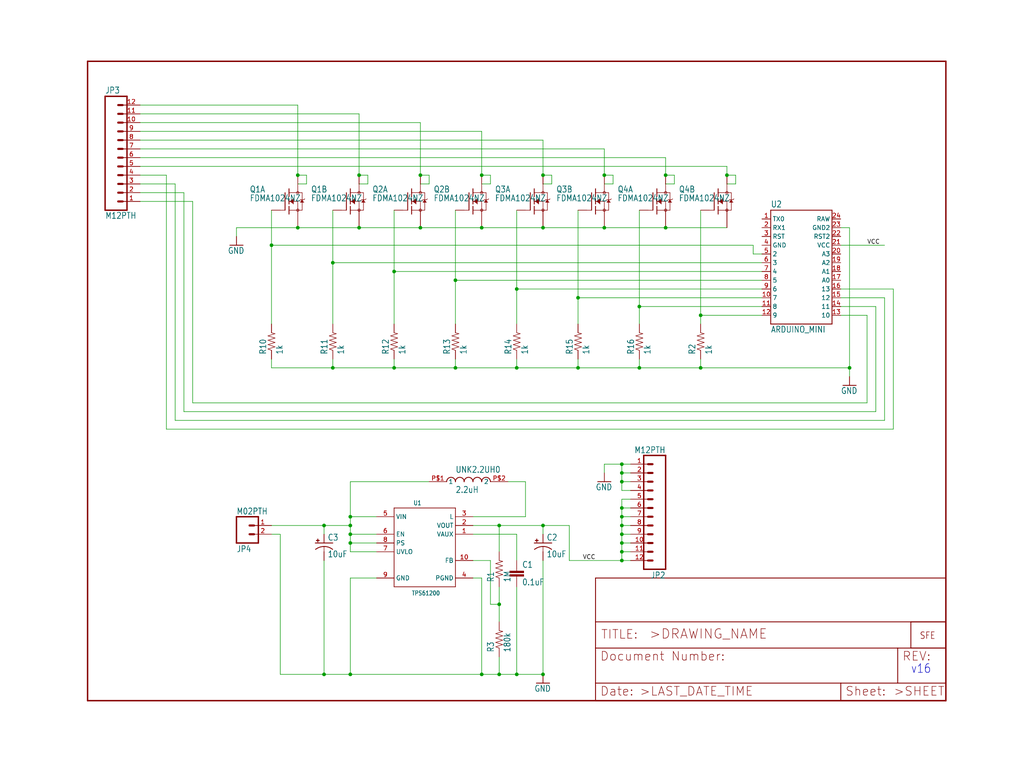
<source format=kicad_sch>
(kicad_sch (version 20211123) (generator eeschema)
  (paper "User" 297.002 223.926)
  (lib_symbols
    (symbol "eagleSchem-eagle-import:ARDUINO_MINI"
      (property "Value" "ARDUINO_MINI" (at -7.62 -20.32 0))
      (symbol "ARDUINO_MINI_1_0"
        (polyline (pts (xy -7.62 -17.78) (xy 10.16 -17.78)) (stroke (width 0.254)))
        (polyline (pts (xy -7.62 15.24) (xy -7.62 -17.78)) (stroke (width 0.254)))
        (polyline (pts (xy 10.16 -17.78) (xy 10.16 15.24)) (stroke (width 0.254)))
        (polyline (pts (xy 10.16 15.24) (xy -7.62 15.24)) (stroke (width 0.254)))
        (pin bidirectional line (at -10.16 12.7 0) (length 2.54) (name "TX0") (number "1"))
        (pin bidirectional line (at -10.16 -10.16 0) (length 2.54) (name "7") (number "10"))
        (pin bidirectional line (at -10.16 -12.7 0) (length 2.54) (name "8") (number "11"))
        (pin bidirectional line (at -10.16 -15.24 0) (length 2.54) (name "9") (number "12"))
        (pin bidirectional line (at 12.7 -15.24 180) (length 2.54) (name "10") (number "13"))
        (pin bidirectional line (at 12.7 -12.7 180) (length 2.54) (name "11") (number "14"))
        (pin bidirectional line (at 12.7 -10.16 180) (length 2.54) (name "12") (number "15"))
        (pin bidirectional line (at 12.7 -7.62 180) (length 2.54) (name "13") (number "16"))
        (pin bidirectional line (at 12.7 -5.08 180) (length 2.54) (name "A0") (number "17"))
        (pin bidirectional line (at 12.7 -2.54 180) (length 2.54) (name "A1") (number "18"))
        (pin bidirectional line (at 12.7 0 180) (length 2.54) (name "A2") (number "19"))
        (pin bidirectional line (at -10.16 10.16 0) (length 2.54) (name "RX1") (number "2"))
        (pin bidirectional line (at 12.7 2.54 180) (length 2.54) (name "A3") (number "20"))
        (pin bidirectional line (at 12.7 5.08 180) (length 2.54) (name "VCC") (number "21"))
        (pin bidirectional line (at 12.7 7.62 180) (length 2.54) (name "RST2") (number "22"))
        (pin bidirectional line (at 12.7 10.16 180) (length 2.54) (name "GND2") (number "23"))
        (pin bidirectional line (at 12.7 12.7 180) (length 2.54) (name "RAW") (number "24"))
        (pin bidirectional line (at -10.16 7.62 0) (length 2.54) (name "RST") (number "3"))
        (pin bidirectional line (at -10.16 5.08 0) (length 2.54) (name "GND") (number "4"))
        (pin bidirectional line (at -10.16 2.54 0) (length 2.54) (name "2") (number "5"))
        (pin bidirectional line (at -10.16 0 0) (length 2.54) (name "3") (number "6"))
        (pin bidirectional line (at -10.16 -2.54 0) (length 2.54) (name "4") (number "7"))
        (pin bidirectional line (at -10.16 -5.08 0) (length 2.54) (name "5") (number "8"))
        (pin bidirectional line (at -10.16 -7.62 0) (length 2.54) (name "6") (number "9"))
      )
    )
    (symbol "eagleSchem-eagle-import:CAP0402-CAP"
      (property "Reference" "C" (at 1.524 2.921 0))
      (property "Value" "CAP0402-CAP" (at 1.524 -2.159 0))
      (symbol "CAP0402-CAP_1_0"
        (rectangle (start -2.032 0.508) (end 2.032 1.016) (fill (type outline)))
        (rectangle (start -2.032 1.524) (end 2.032 2.032) (fill (type outline)))
        (polyline (pts (xy 0 0) (xy 0 0.508)) (stroke (width 0.1524)))
        (polyline (pts (xy 0 2.54) (xy 0 2.032)) (stroke (width 0.1524)))
        (pin passive line (at 0 5.08 270) (length 2.54) (name "1") (number "1"))
        (pin passive line (at 0 -2.54 90) (length 2.54) (name "2") (number "2"))
      )
    )
    (symbol "eagleSchem-eagle-import:CAP_POL1206"
      (property "Reference" "C" (at 1.016 0.635 0))
      (property "Value" "CAP_POL1206" (at 1.016 -4.191 0))
      (symbol "CAP_POL1206_1_0"
        (rectangle (start -2.253 0.668) (end -1.364 0.795) (fill (type outline)))
        (rectangle (start -1.872 0.287) (end -1.745 1.176) (fill (type outline)))
        (arc (start 0 -1.0161) (mid -1.3021 -1.2302) (end -2.4669 -1.8504) (stroke (width 0.254)))
        (polyline (pts (xy -2.54 0) (xy 2.54 0)) (stroke (width 0.254)))
        (polyline (pts (xy 0 -1.016) (xy 0 -2.54)) (stroke (width 0.1524)))
        (arc (start 2.4892 -1.8542) (mid 1.3158 -1.2195) (end 0 -1) (stroke (width 0.254)))
        (pin passive line (at 0 2.54 270) (length 2.54) (name "+") (number "A"))
        (pin passive line (at 0 -5.08 90) (length 2.54) (name "-") (number "C"))
      )
    )
    (symbol "eagleSchem-eagle-import:FDMA1024NZ"
      (property "Reference" "Q" (at -11.43 2.54 0))
      (property "Value" "FDMA1024NZ" (at -11.43 0 0))
      (symbol "FDMA1024NZ_1_0"
        (polyline (pts (xy -2.54 -2.54) (xy -1.2192 -2.54)) (stroke (width 0.1524)))
        (polyline (pts (xy -1.143 2.54) (xy -1.143 -2.54)) (stroke (width 0.254)))
        (polyline (pts (xy 0 -2.54) (xy 0 -3.683)) (stroke (width 0.254)))
        (polyline (pts (xy 0 -1.397) (xy 0 -2.54)) (stroke (width 0.254)))
        (polyline (pts (xy 0 0) (xy 0 -0.762)) (stroke (width 0.254)))
        (polyline (pts (xy 0 0) (xy 2.54 0)) (stroke (width 0.1524)))
        (polyline (pts (xy 0 0.762) (xy 0 0)) (stroke (width 0.254)))
        (polyline (pts (xy 0 2.54) (xy 0 1.397)) (stroke (width 0.254)))
        (polyline (pts (xy 0 2.54) (xy 2.54 2.54)) (stroke (width 0.1524)))
        (polyline (pts (xy 0 3.683) (xy 0 2.54)) (stroke (width 0.254)))
        (polyline (pts (xy 2.54 -2.54) (xy 0 -2.54)) (stroke (width 0.1524)))
        (polyline (pts (xy 2.54 -2.54) (xy 3.81 -2.54)) (stroke (width 0.1524)))
        (polyline (pts (xy 2.54 0) (xy 2.54 -2.54)) (stroke (width 0.1524)))
        (polyline (pts (xy 2.54 2.54) (xy 2.54 5.08)) (stroke (width 0.1524)))
        (polyline (pts (xy 2.54 2.54) (xy 3.81 2.54)) (stroke (width 0.1524)))
        (polyline (pts (xy 3.302 0.508) (xy 3.048 0.254)) (stroke (width 0.1524)))
        (polyline (pts (xy 3.81 0.508) (xy 3.302 0.508)) (stroke (width 0.1524)))
        (polyline (pts (xy 3.81 0.508) (xy 3.81 -2.54)) (stroke (width 0.1524)))
        (polyline (pts (xy 3.81 2.54) (xy 3.81 0.508)) (stroke (width 0.1524)))
        (polyline (pts (xy 4.318 0.508) (xy 3.81 0.508)) (stroke (width 0.1524)))
        (polyline (pts (xy 4.572 0.762) (xy 4.318 0.508)) (stroke (width 0.1524)))
        (polyline (pts (xy 0.254 0) (xy 1.27 0.762) (xy 1.27 -0.762)) (fill (type outline)))
        (polyline (pts (xy 3.81 0.508) (xy 3.302 -0.254) (xy 4.318 -0.254)) (fill (type outline)))
        (circle (center 2.54 -2.54) (radius 0.3592))
        (circle (center 2.54 2.54) (radius 0.3592))
        (pin passive line (at 2.54 5.08 180) (length 0) (name "D") (number "D1"))
        (pin passive line (at 2.54 7.62 270) (length 2.54) (name "D1") (number "D1_2"))
        (pin passive line (at -5.08 -2.54 0) (length 2.54) (name "G") (number "G1"))
        (pin passive line (at 2.54 -7.62 90) (length 5.08) (name "S") (number "S1"))
      )
      (symbol "FDMA1024NZ_2_0"
        (polyline (pts (xy -2.54 -2.54) (xy -1.2192 -2.54)) (stroke (width 0.1524)))
        (polyline (pts (xy -1.143 2.54) (xy -1.143 -2.54)) (stroke (width 0.254)))
        (polyline (pts (xy 0 -2.54) (xy 0 -3.683)) (stroke (width 0.254)))
        (polyline (pts (xy 0 -1.397) (xy 0 -2.54)) (stroke (width 0.254)))
        (polyline (pts (xy 0 0) (xy 0 -0.762)) (stroke (width 0.254)))
        (polyline (pts (xy 0 0) (xy 2.54 0)) (stroke (width 0.1524)))
        (polyline (pts (xy 0 0.762) (xy 0 0)) (stroke (width 0.254)))
        (polyline (pts (xy 0 2.54) (xy 0 1.397)) (stroke (width 0.254)))
        (polyline (pts (xy 0 2.54) (xy 2.54 2.54)) (stroke (width 0.1524)))
        (polyline (pts (xy 0 3.683) (xy 0 2.54)) (stroke (width 0.254)))
        (polyline (pts (xy 2.54 -2.54) (xy 0 -2.54)) (stroke (width 0.1524)))
        (polyline (pts (xy 2.54 -2.54) (xy 3.81 -2.54)) (stroke (width 0.1524)))
        (polyline (pts (xy 2.54 0) (xy 2.54 -2.54)) (stroke (width 0.1524)))
        (polyline (pts (xy 2.54 2.54) (xy 2.54 5.08)) (stroke (width 0.1524)))
        (polyline (pts (xy 2.54 2.54) (xy 3.81 2.54)) (stroke (width 0.1524)))
        (polyline (pts (xy 3.302 0.508) (xy 3.048 0.254)) (stroke (width 0.1524)))
        (polyline (pts (xy 3.81 0.508) (xy 3.302 0.508)) (stroke (width 0.1524)))
        (polyline (pts (xy 3.81 0.508) (xy 3.81 -2.54)) (stroke (width 0.1524)))
        (polyline (pts (xy 3.81 2.54) (xy 3.81 0.508)) (stroke (width 0.1524)))
        (polyline (pts (xy 4.318 0.508) (xy 3.81 0.508)) (stroke (width 0.1524)))
        (polyline (pts (xy 4.572 0.762) (xy 4.318 0.508)) (stroke (width 0.1524)))
        (polyline (pts (xy 0.254 0) (xy 1.27 0.762) (xy 1.27 -0.762)) (fill (type outline)))
        (polyline (pts (xy 3.81 0.508) (xy 3.302 -0.254) (xy 4.318 -0.254)) (fill (type outline)))
        (circle (center 2.54 -2.54) (radius 0.3592))
        (circle (center 2.54 2.54) (radius 0.3592))
        (pin passive line (at 2.54 5.08 180) (length 0) (name "D") (number "D2"))
        (pin passive line (at 2.54 7.62 270) (length 2.54) (name "D1") (number "D2_2"))
        (pin passive line (at -5.08 -2.54 0) (length 2.54) (name "G") (number "G2"))
        (pin passive line (at 2.54 -7.62 90) (length 5.08) (name "S") (number "S2"))
      )
    )
    (symbol "eagleSchem-eagle-import:FRAME-LETTER"
      (symbol "FRAME-LETTER_1_0"
        (polyline (pts (xy 0 0) (xy 248.92 0)) (stroke (width 0.4064)))
        (polyline (pts (xy 0 185.42) (xy 0 0)) (stroke (width 0.4064)))
        (polyline (pts (xy 0 185.42) (xy 248.92 185.42)) (stroke (width 0.4064)))
        (polyline (pts (xy 248.92 185.42) (xy 248.92 0)) (stroke (width 0.4064)))
      )
      (symbol "FRAME-LETTER_2_0"
        (polyline (pts (xy 0 0) (xy 0 5.08)) (stroke (width 0.254)))
        (polyline (pts (xy 0 0) (xy 71.12 0)) (stroke (width 0.254)))
        (polyline (pts (xy 0 5.08) (xy 0 15.24)) (stroke (width 0.254)))
        (polyline (pts (xy 0 5.08) (xy 71.12 5.08)) (stroke (width 0.254)))
        (polyline (pts (xy 0 15.24) (xy 0 22.86)) (stroke (width 0.254)))
        (polyline (pts (xy 0 22.86) (xy 0 35.56)) (stroke (width 0.254)))
        (polyline (pts (xy 0 22.86) (xy 101.6 22.86)) (stroke (width 0.254)))
        (polyline (pts (xy 71.12 0) (xy 101.6 0)) (stroke (width 0.254)))
        (polyline (pts (xy 71.12 5.08) (xy 71.12 0)) (stroke (width 0.254)))
        (polyline (pts (xy 71.12 5.08) (xy 87.63 5.08)) (stroke (width 0.254)))
        (polyline (pts (xy 87.63 5.08) (xy 101.6 5.08)) (stroke (width 0.254)))
        (polyline (pts (xy 87.63 15.24) (xy 0 15.24)) (stroke (width 0.254)))
        (polyline (pts (xy 87.63 15.24) (xy 87.63 5.08)) (stroke (width 0.254)))
        (polyline (pts (xy 101.6 5.08) (xy 101.6 0)) (stroke (width 0.254)))
        (polyline (pts (xy 101.6 15.24) (xy 87.63 15.24)) (stroke (width 0.254)))
        (polyline (pts (xy 101.6 15.24) (xy 101.6 5.08)) (stroke (width 0.254)))
        (polyline (pts (xy 101.6 22.86) (xy 101.6 15.24)) (stroke (width 0.254)))
        (polyline (pts (xy 101.6 35.56) (xy 0 35.56)) (stroke (width 0.254)))
        (polyline (pts (xy 101.6 35.56) (xy 101.6 22.86)) (stroke (width 0.254)))
        (text ">DRAWING_NAME" (at 15.494 17.78 0) (effects (font (size 2.7432 2.7432)) (justify left bottom)))
        (text ">LAST_DATE_TIME" (at 12.7 1.27 0) (effects (font (size 2.54 2.54)) (justify left bottom)))
        (text ">SHEET" (at 86.36 1.27 0) (effects (font (size 2.54 2.54)) (justify left bottom)))
        (text "Date:" (at 1.27 1.27 0) (effects (font (size 2.54 2.54)) (justify left bottom)))
        (text "Document Number:" (at 1.27 11.43 0) (effects (font (size 2.54 2.54)) (justify left bottom)))
        (text "REV:" (at 88.9 11.43 0) (effects (font (size 2.54 2.54)) (justify left bottom)))
        (text "Sheet:" (at 72.39 1.27 0) (effects (font (size 2.54 2.54)) (justify left bottom)))
        (text "TITLE:" (at 1.524 17.78 0) (effects (font (size 2.54 2.54)) (justify left bottom)))
      )
    )
    (symbol "eagleSchem-eagle-import:GND" (power)
      (property "Value" "GND" (at -2.54 -2.54 0))
      (symbol "GND_1_0"
        (polyline (pts (xy -1.905 0) (xy 1.905 0)) (stroke (width 0.254)))
        (pin power_in line (at 0 2.54 270) (length 2.54) (name "GND") (number "1"))
      )
    )
    (symbol "eagleSchem-eagle-import:LOGO-SFESK"
      (symbol "LOGO-SFESK_1_0"
        (polyline (pts (xy -2.54 -2.54) (xy 7.62 -2.54)) (stroke (width 0.254)))
        (polyline (pts (xy -2.54 5.08) (xy -2.54 -2.54)) (stroke (width 0.254)))
        (polyline (pts (xy 7.62 -2.54) (xy 7.62 5.08)) (stroke (width 0.254)))
        (polyline (pts (xy 7.62 5.08) (xy -2.54 5.08)) (stroke (width 0.254)))
        (text "SFE" (at 0 0 0) (effects (font (size 1.9304 1.6408)) (justify left bottom)))
      )
    )
    (symbol "eagleSchem-eagle-import:M02PTH"
      (property "Reference" "JP" (at -2.54 5.842 0))
      (property "Value" "M02PTH" (at -2.54 -5.08 0))
      (symbol "M02PTH_1_0"
        (polyline (pts (xy -2.54 5.08) (xy -2.54 -2.54)) (stroke (width 0.4064)))
        (polyline (pts (xy -2.54 5.08) (xy 3.81 5.08)) (stroke (width 0.4064)))
        (polyline (pts (xy 1.27 0) (xy 2.54 0)) (stroke (width 0.6096)))
        (polyline (pts (xy 1.27 2.54) (xy 2.54 2.54)) (stroke (width 0.6096)))
        (polyline (pts (xy 3.81 -2.54) (xy -2.54 -2.54)) (stroke (width 0.4064)))
        (polyline (pts (xy 3.81 -2.54) (xy 3.81 5.08)) (stroke (width 0.4064)))
        (pin passive line (at 7.62 0 180) (length 5.08) (name "1") (number "1"))
        (pin passive line (at 7.62 2.54 180) (length 5.08) (name "2") (number "2"))
      )
    )
    (symbol "eagleSchem-eagle-import:M12PTH"
      (property "Reference" "JP" (at 0 16.002 0))
      (property "Value" "M12PTH" (at 0 -20.32 0))
      (symbol "M12PTH_1_0"
        (polyline (pts (xy 0 15.24) (xy 0 -17.78)) (stroke (width 0.4064)))
        (polyline (pts (xy 0 15.24) (xy 6.35 15.24)) (stroke (width 0.4064)))
        (polyline (pts (xy 3.81 -15.24) (xy 5.08 -15.24)) (stroke (width 0.6096)))
        (polyline (pts (xy 3.81 -12.7) (xy 5.08 -12.7)) (stroke (width 0.6096)))
        (polyline (pts (xy 3.81 -10.16) (xy 5.08 -10.16)) (stroke (width 0.6096)))
        (polyline (pts (xy 3.81 -7.62) (xy 5.08 -7.62)) (stroke (width 0.6096)))
        (polyline (pts (xy 3.81 -5.08) (xy 5.08 -5.08)) (stroke (width 0.6096)))
        (polyline (pts (xy 3.81 -2.54) (xy 5.08 -2.54)) (stroke (width 0.6096)))
        (polyline (pts (xy 3.81 0) (xy 5.08 0)) (stroke (width 0.6096)))
        (polyline (pts (xy 3.81 2.54) (xy 5.08 2.54)) (stroke (width 0.6096)))
        (polyline (pts (xy 3.81 5.08) (xy 5.08 5.08)) (stroke (width 0.6096)))
        (polyline (pts (xy 3.81 7.62) (xy 5.08 7.62)) (stroke (width 0.6096)))
        (polyline (pts (xy 3.81 10.16) (xy 5.08 10.16)) (stroke (width 0.6096)))
        (polyline (pts (xy 3.81 12.7) (xy 5.08 12.7)) (stroke (width 0.6096)))
        (polyline (pts (xy 6.35 -17.78) (xy 0 -17.78)) (stroke (width 0.4064)))
        (polyline (pts (xy 6.35 -17.78) (xy 6.35 15.24)) (stroke (width 0.4064)))
        (pin passive line (at 10.16 -15.24 180) (length 5.08) (name "1") (number "1"))
        (pin passive line (at 10.16 7.62 180) (length 5.08) (name "10") (number "10"))
        (pin passive line (at 10.16 10.16 180) (length 5.08) (name "11") (number "11"))
        (pin passive line (at 10.16 12.7 180) (length 5.08) (name "12") (number "12"))
        (pin passive line (at 10.16 -12.7 180) (length 5.08) (name "2") (number "2"))
        (pin passive line (at 10.16 -10.16 180) (length 5.08) (name "3") (number "3"))
        (pin passive line (at 10.16 -7.62 180) (length 5.08) (name "4") (number "4"))
        (pin passive line (at 10.16 -5.08 180) (length 5.08) (name "5") (number "5"))
        (pin passive line (at 10.16 -2.54 180) (length 5.08) (name "6") (number "6"))
        (pin passive line (at 10.16 0 180) (length 5.08) (name "7") (number "7"))
        (pin passive line (at 10.16 2.54 180) (length 5.08) (name "8") (number "8"))
        (pin passive line (at 10.16 5.08 180) (length 5.08) (name "9") (number "9"))
      )
    )
    (symbol "eagleSchem-eagle-import:RESISTOR0402-RES"
      (property "Reference" "R" (at -3.81 1.4986 0))
      (property "Value" "RESISTOR0402-RES" (at -3.81 -3.302 0))
      (symbol "RESISTOR0402-RES_1_0"
        (polyline (pts (xy -2.54 0) (xy -2.159 1.016)) (stroke (width 0.1524)))
        (polyline (pts (xy -2.159 1.016) (xy -1.524 -1.016)) (stroke (width 0.1524)))
        (polyline (pts (xy -1.524 -1.016) (xy -0.889 1.016)) (stroke (width 0.1524)))
        (polyline (pts (xy -0.889 1.016) (xy -0.254 -1.016)) (stroke (width 0.1524)))
        (polyline (pts (xy -0.254 -1.016) (xy 0.381 1.016)) (stroke (width 0.1524)))
        (polyline (pts (xy 0.381 1.016) (xy 1.016 -1.016)) (stroke (width 0.1524)))
        (polyline (pts (xy 1.016 -1.016) (xy 1.651 1.016)) (stroke (width 0.1524)))
        (polyline (pts (xy 1.651 1.016) (xy 2.286 -1.016)) (stroke (width 0.1524)))
        (polyline (pts (xy 2.286 -1.016) (xy 2.54 0)) (stroke (width 0.1524)))
        (pin passive line (at -5.08 0 0) (length 2.54) (name "1") (number "1"))
        (pin passive line (at 5.08 0 180) (length 2.54) (name "2") (number "2"))
      )
    )
    (symbol "eagleSchem-eagle-import:TPS61200"
      (property "Value" "TPS61200" (at -2.54 -15.24 0))
      (symbol "TPS61200_1_0"
        (polyline (pts (xy -7.62 -12.7) (xy 10.16 -12.7)) (stroke (width 0.2032)))
        (polyline (pts (xy -7.62 10.16) (xy -7.62 -12.7)) (stroke (width 0.2032)))
        (polyline (pts (xy 10.16 -12.7) (xy 10.16 10.16)) (stroke (width 0.2032)))
        (polyline (pts (xy 10.16 10.16) (xy -7.62 10.16)) (stroke (width 0.2032)))
        (pin bidirectional line (at 15.24 2.54 180) (length 5.08) (name "VAUX") (number "1"))
        (pin bidirectional line (at 15.24 -5.08 180) (length 5.08) (name "FB") (number "10"))
        (pin bidirectional line (at 15.24 5.08 180) (length 5.08) (name "VOUT") (number "2"))
        (pin bidirectional line (at 15.24 7.62 180) (length 5.08) (name "L") (number "3"))
        (pin bidirectional line (at 15.24 -10.16 180) (length 5.08) (name "PGND") (number "4"))
        (pin bidirectional line (at -12.7 7.62 0) (length 5.08) (name "VIN") (number "5"))
        (pin bidirectional line (at -12.7 2.54 0) (length 5.08) (name "EN") (number "6"))
        (pin bidirectional line (at -12.7 -2.54 0) (length 5.08) (name "UVLO") (number "7"))
        (pin bidirectional line (at -12.7 0 0) (length 5.08) (name "PS") (number "8"))
        (pin bidirectional line (at -12.7 -10.16 0) (length 5.08) (name "GND") (number "9"))
      )
    )
    (symbol "eagleSchem-eagle-import:VLF4012A"
      (property "Value" "VLF4012A" (at -5.08 -3.302 0))
      (symbol "VLF4012A_1_0"
        (arc (start -5.08 0) (mid -6.35 1.27) (end -7.62 0) (stroke (width 0.254)))
        (arc (start -2.54 0) (mid -3.81 1.27) (end -5.08 0) (stroke (width 0.254)))
        (arc (start 0 0) (mid -1.27 1.27) (end -2.54 0) (stroke (width 0.254)))
        (arc (start 2.54 0) (mid 1.27 1.27) (end 0 0) (stroke (width 0.254)))
        (arc (start 5.08 0) (mid 3.81 1.27) (end 2.54 0) (stroke (width 0.254)))
        (pin bidirectional line (at -12.7 0 0) (length 5.08) (name "1") (number "P$1"))
        (pin bidirectional line (at 10.16 0 180) (length 5.08) (name "2") (number "P$2"))
      )
    )
  )
  (junction (at 86.36 66.04))
  (junction (at 86.36 50.8))
  (junction (at 139.7 50.8))
  (junction (at 167.64 106.68))
  (junction (at 175.26 50.8))
  (junction (at 149.86 106.68))
  (junction (at 175.26 66.04))
  (junction (at 121.92 50.8))
  (junction (at 157.48 195.58))
  (junction (at 96.52 106.68))
  (junction (at 180.34 152.4))
  (junction (at 157.48 66.04))
  (junction (at 180.34 160.02))
  (junction (at 114.3 78.74))
  (junction (at 132.08 106.68))
  (junction (at 185.42 88.9))
  (junction (at 101.6 152.4))
  (junction (at 144.78 175.26))
  (junction (at 144.78 152.4))
  (junction (at 149.86 83.82))
  (junction (at 101.6 157.48))
  (junction (at 132.08 81.28))
  (junction (at 167.64 86.36))
  (junction (at 104.14 50.8))
  (junction (at 180.34 139.7))
  (junction (at 149.86 195.58))
  (junction (at 144.78 195.58))
  (junction (at 185.42 106.68))
  (junction (at 101.6 149.86))
  (junction (at 121.92 66.04))
  (junction (at 93.98 195.58))
  (junction (at 180.34 154.94))
  (junction (at 180.34 157.48))
  (junction (at 180.34 149.86))
  (junction (at 78.74 71.12))
  (junction (at 104.14 66.04))
  (junction (at 180.34 134.62))
  (junction (at 93.98 152.4))
  (junction (at 193.04 66.04))
  (junction (at 157.48 50.8))
  (junction (at 101.6 195.58))
  (junction (at 180.34 137.16))
  (junction (at 101.6 154.94))
  (junction (at 193.04 50.8))
  (junction (at 203.2 91.44))
  (junction (at 139.7 195.58))
  (junction (at 210.82 50.8))
  (junction (at 139.7 66.04))
  (junction (at 96.52 76.2))
  (junction (at 203.2 106.68))
  (junction (at 180.34 147.32))
  (junction (at 114.3 106.68))
  (junction (at 180.34 162.56))
  (junction (at 246.38 106.68))
  (junction (at 157.48 152.4))
  (wire (pts (xy 137.16 162.56) (xy 142.24 162.56)))
  (wire (pts (xy 182.88 142.24) (xy 180.34 142.24)))
  (wire (pts (xy 149.86 195.58) (xy 157.48 195.58)))
  (wire (pts (xy 256.54 86.36) (xy 256.54 121.92)))
  (wire (pts (xy 40.64 35.56) (xy 121.92 35.56)))
  (wire (pts (xy 139.7 53.34) (xy 142.24 53.34)))
  (wire (pts (xy 180.34 157.48) (xy 182.88 157.48)))
  (wire (pts (xy 81.28 154.94) (xy 78.74 154.94)))
  (wire (pts (xy 256.54 71.12) (xy 243.84 71.12)))
  (wire (pts (xy 185.42 93.98) (xy 185.42 88.9)))
  (wire (pts (xy 157.48 53.34) (xy 160.02 53.34)))
  (wire (pts (xy 101.6 154.94) (xy 101.6 152.4)))
  (wire (pts (xy 142.24 175.26) (xy 144.78 175.26)))
  (wire (pts (xy 114.3 93.98) (xy 114.3 78.74)))
  (wire (pts (xy 180.34 147.32) (xy 182.88 147.32)))
  (wire (pts (xy 101.6 149.86) (xy 101.6 139.7)))
  (wire (pts (xy 106.68 50.8) (xy 104.14 50.8)))
  (wire (pts (xy 132.08 81.28) (xy 132.08 60.96)))
  (wire (pts (xy 50.8 121.92) (xy 50.8 53.34)))
  (wire (pts (xy 132.08 106.68) (xy 149.86 106.68)))
  (wire (pts (xy 177.8 53.34) (xy 177.8 50.8)))
  (wire (pts (xy 40.64 40.64) (xy 157.48 40.64)))
  (wire (pts (xy 180.34 142.24) (xy 180.34 139.7)))
  (wire (pts (xy 109.22 167.64) (xy 101.6 167.64)))
  (wire (pts (xy 149.86 93.98) (xy 149.86 83.82)))
  (wire (pts (xy 180.34 162.56) (xy 182.88 162.56)))
  (wire (pts (xy 109.22 154.94) (xy 101.6 154.94)))
  (wire (pts (xy 220.98 83.82) (xy 149.86 83.82)))
  (wire (pts (xy 48.26 124.46) (xy 48.26 50.8)))
  (wire (pts (xy 93.98 152.4) (xy 101.6 152.4)))
  (wire (pts (xy 101.6 195.58) (xy 139.7 195.58)))
  (wire (pts (xy 137.16 167.64) (xy 139.7 167.64)))
  (wire (pts (xy 180.34 160.02) (xy 180.34 162.56)))
  (wire (pts (xy 68.58 66.04) (xy 86.36 66.04)))
  (wire (pts (xy 180.34 160.02) (xy 180.34 157.48)))
  (wire (pts (xy 243.84 86.36) (xy 256.54 86.36)))
  (wire (pts (xy 109.22 157.48) (xy 101.6 157.48)))
  (wire (pts (xy 220.98 78.74) (xy 114.3 78.74)))
  (wire (pts (xy 144.78 175.26) (xy 144.78 180.34)))
  (wire (pts (xy 93.98 195.58) (xy 101.6 195.58)))
  (wire (pts (xy 114.3 78.74) (xy 114.3 60.96)))
  (wire (pts (xy 139.7 38.1) (xy 139.7 50.8)))
  (wire (pts (xy 251.46 116.84) (xy 55.88 116.84)))
  (wire (pts (xy 180.34 137.16) (xy 180.34 134.62)))
  (wire (pts (xy 137.16 154.94) (xy 149.86 154.94)))
  (wire (pts (xy 93.98 195.58) (xy 81.28 195.58)))
  (wire (pts (xy 149.86 83.82) (xy 149.86 60.96)))
  (wire (pts (xy 175.26 43.18) (xy 175.26 50.8)))
  (wire (pts (xy 203.2 91.44) (xy 203.2 60.96)))
  (wire (pts (xy 114.3 106.68) (xy 132.08 106.68)))
  (wire (pts (xy 78.74 71.12) (xy 78.74 93.98)))
  (wire (pts (xy 220.98 73.66) (xy 218.44 73.66)))
  (wire (pts (xy 124.46 50.8) (xy 121.92 50.8)))
  (wire (pts (xy 157.48 66.04) (xy 175.26 66.04)))
  (wire (pts (xy 180.34 149.86) (xy 180.34 147.32)))
  (wire (pts (xy 220.98 88.9) (xy 185.42 88.9)))
  (wire (pts (xy 132.08 93.98) (xy 132.08 81.28)))
  (wire (pts (xy 144.78 152.4) (xy 157.48 152.4)))
  (wire (pts (xy 104.14 66.04) (xy 121.92 66.04)))
  (wire (pts (xy 243.84 83.82) (xy 259.08 83.82)))
  (wire (pts (xy 53.34 119.38) (xy 53.34 55.88)))
  (wire (pts (xy 246.38 66.04) (xy 246.38 106.68)))
  (wire (pts (xy 139.7 66.04) (xy 157.48 66.04)))
  (wire (pts (xy 121.92 35.56) (xy 121.92 50.8)))
  (wire (pts (xy 203.2 106.68) (xy 246.38 106.68)))
  (wire (pts (xy 144.78 160.02) (xy 144.78 152.4)))
  (wire (pts (xy 193.04 66.04) (xy 210.82 66.04)))
  (wire (pts (xy 121.92 53.34) (xy 124.46 53.34)))
  (wire (pts (xy 88.9 53.34) (xy 86.36 53.34)))
  (wire (pts (xy 142.24 50.8) (xy 139.7 50.8)))
  (wire (pts (xy 180.34 157.48) (xy 180.34 154.94)))
  (wire (pts (xy 101.6 160.02) (xy 101.6 157.48)))
  (wire (pts (xy 160.02 53.34) (xy 160.02 50.8)))
  (wire (pts (xy 160.02 50.8) (xy 157.48 50.8)))
  (wire (pts (xy 55.88 58.42) (xy 40.64 58.42)))
  (wire (pts (xy 96.52 106.68) (xy 114.3 106.68)))
  (wire (pts (xy 152.4 139.7) (xy 152.4 149.86)))
  (wire (pts (xy 121.92 66.04) (xy 139.7 66.04)))
  (wire (pts (xy 195.58 53.34) (xy 195.58 50.8)))
  (wire (pts (xy 88.9 50.8) (xy 88.9 53.34)))
  (wire (pts (xy 93.98 154.94) (xy 93.98 152.4)))
  (wire (pts (xy 167.64 86.36) (xy 167.64 60.96)))
  (wire (pts (xy 157.48 152.4) (xy 165.1 152.4)))
  (wire (pts (xy 243.84 91.44) (xy 251.46 91.44)))
  (wire (pts (xy 203.2 104.14) (xy 203.2 106.68)))
  (wire (pts (xy 50.8 53.34) (xy 40.64 53.34)))
  (wire (pts (xy 180.34 139.7) (xy 180.34 137.16)))
  (wire (pts (xy 78.74 106.68) (xy 96.52 106.68)))
  (wire (pts (xy 86.36 50.8) (xy 88.9 50.8)))
  (wire (pts (xy 259.08 83.82) (xy 259.08 124.46)))
  (wire (pts (xy 96.52 76.2) (xy 96.52 93.98)))
  (wire (pts (xy 165.1 162.56) (xy 180.34 162.56)))
  (wire (pts (xy 167.64 106.68) (xy 167.64 104.14)))
  (wire (pts (xy 109.22 160.02) (xy 101.6 160.02)))
  (wire (pts (xy 93.98 162.56) (xy 93.98 195.58)))
  (wire (pts (xy 40.64 43.18) (xy 175.26 43.18)))
  (wire (pts (xy 152.4 149.86) (xy 137.16 149.86)))
  (wire (pts (xy 220.98 91.44) (xy 203.2 91.44)))
  (wire (pts (xy 180.34 154.94) (xy 182.88 154.94)))
  (wire (pts (xy 147.32 139.7) (xy 152.4 139.7)))
  (wire (pts (xy 124.46 139.7) (xy 101.6 139.7)))
  (wire (pts (xy 104.14 53.34) (xy 106.68 53.34)))
  (wire (pts (xy 180.34 152.4) (xy 180.34 149.86)))
  (wire (pts (xy 246.38 106.68) (xy 246.38 109.22)))
  (wire (pts (xy 139.7 195.58) (xy 144.78 195.58)))
  (wire (pts (xy 180.34 147.32) (xy 180.34 144.78)))
  (wire (pts (xy 93.98 152.4) (xy 78.74 152.4)))
  (wire (pts (xy 165.1 152.4) (xy 165.1 162.56)))
  (wire (pts (xy 106.68 53.34) (xy 106.68 50.8)))
  (wire (pts (xy 195.58 50.8) (xy 193.04 50.8)))
  (wire (pts (xy 96.52 106.68) (xy 96.52 104.14)))
  (wire (pts (xy 149.86 106.68) (xy 149.86 104.14)))
  (wire (pts (xy 193.04 45.72) (xy 193.04 50.8)))
  (wire (pts (xy 182.88 134.62) (xy 180.34 134.62)))
  (wire (pts (xy 96.52 76.2) (xy 96.52 60.96)))
  (wire (pts (xy 86.36 30.48) (xy 40.64 30.48)))
  (wire (pts (xy 180.34 134.62) (xy 175.26 134.62)))
  (wire (pts (xy 251.46 91.44) (xy 251.46 116.84)))
  (wire (pts (xy 157.48 40.64) (xy 157.48 50.8)))
  (wire (pts (xy 254 119.38) (xy 53.34 119.38)))
  (wire (pts (xy 177.8 50.8) (xy 175.26 50.8)))
  (wire (pts (xy 157.48 162.56) (xy 157.48 195.58)))
  (wire (pts (xy 78.74 60.96) (xy 78.74 71.12)))
  (wire (pts (xy 167.64 93.98) (xy 167.64 86.36)))
  (wire (pts (xy 86.36 66.04) (xy 104.14 66.04)))
  (wire (pts (xy 53.34 55.88) (xy 40.64 55.88)))
  (wire (pts (xy 142.24 53.34) (xy 142.24 50.8)))
  (wire (pts (xy 243.84 66.04) (xy 246.38 66.04)))
  (wire (pts (xy 180.34 144.78) (xy 182.88 144.78)))
  (wire (pts (xy 55.88 116.84) (xy 55.88 58.42)))
  (wire (pts (xy 78.74 106.68) (xy 78.74 104.14)))
  (wire (pts (xy 114.3 106.68) (xy 114.3 104.14)))
  (wire (pts (xy 101.6 157.48) (xy 101.6 154.94)))
  (wire (pts (xy 68.58 68.58) (xy 68.58 66.04)))
  (wire (pts (xy 48.26 50.8) (xy 40.64 50.8)))
  (wire (pts (xy 243.84 88.9) (xy 254 88.9)))
  (wire (pts (xy 175.26 66.04) (xy 193.04 66.04)))
  (wire (pts (xy 220.98 76.2) (xy 96.52 76.2)))
  (wire (pts (xy 101.6 149.86) (xy 109.22 149.86)))
  (wire (pts (xy 101.6 152.4) (xy 101.6 149.86)))
  (wire (pts (xy 182.88 160.02) (xy 180.34 160.02)))
  (wire (pts (xy 40.64 33.02) (xy 104.14 33.02)))
  (wire (pts (xy 175.26 134.62) (xy 175.26 137.16)))
  (wire (pts (xy 218.44 73.66) (xy 218.44 71.12)))
  (wire (pts (xy 101.6 167.64) (xy 101.6 195.58)))
  (wire (pts (xy 144.78 152.4) (xy 137.16 152.4)))
  (wire (pts (xy 185.42 106.68) (xy 203.2 106.68)))
  (wire (pts (xy 180.34 149.86) (xy 182.88 149.86)))
  (wire (pts (xy 220.98 86.36) (xy 167.64 86.36)))
  (wire (pts (xy 254 88.9) (xy 254 119.38)))
  (wire (pts (xy 180.34 154.94) (xy 180.34 152.4)))
  (wire (pts (xy 78.74 71.12) (xy 218.44 71.12)))
  (wire (pts (xy 203.2 93.98) (xy 203.2 91.44)))
  (wire (pts (xy 149.86 106.68) (xy 167.64 106.68)))
  (wire (pts (xy 144.78 195.58) (xy 149.86 195.58)))
  (wire (pts (xy 213.36 53.34) (xy 213.36 50.8)))
  (wire (pts (xy 157.48 154.94) (xy 157.48 152.4)))
  (wire (pts (xy 185.42 88.9) (xy 185.42 60.96)))
  (wire (pts (xy 81.28 195.58) (xy 81.28 154.94)))
  (wire (pts (xy 182.88 137.16) (xy 180.34 137.16)))
  (wire (pts (xy 182.88 139.7) (xy 180.34 139.7)))
  (wire (pts (xy 213.36 50.8) (xy 210.82 50.8)))
  (wire (pts (xy 86.36 50.8) (xy 86.36 30.48)))
  (wire (pts (xy 210.82 48.26) (xy 40.64 48.26)))
  (wire (pts (xy 104.14 33.02) (xy 104.14 50.8)))
  (wire (pts (xy 175.26 53.34) (xy 177.8 53.34)))
  (wire (pts (xy 220.98 81.28) (xy 132.08 81.28)))
  (wire (pts (xy 132.08 106.68) (xy 132.08 104.14)))
  (wire (pts (xy 210.82 53.34) (xy 213.36 53.34)))
  (wire (pts (xy 185.42 106.68) (xy 185.42 104.14)))
  (wire (pts (xy 256.54 121.92) (xy 50.8 121.92)))
  (wire (pts (xy 40.64 38.1) (xy 139.7 38.1)))
  (wire (pts (xy 149.86 154.94) (xy 149.86 162.56)))
  (wire (pts (xy 124.46 53.34) (xy 124.46 50.8)))
  (wire (pts (xy 142.24 162.56) (xy 142.24 175.26)))
  (wire (pts (xy 259.08 124.46) (xy 48.26 124.46)))
  (wire (pts (xy 40.64 45.72) (xy 193.04 45.72)))
  (wire (pts (xy 149.86 170.18) (xy 149.86 195.58)))
  (wire (pts (xy 144.78 175.26) (xy 144.78 170.18)))
  (wire (pts (xy 139.7 167.64) (xy 139.7 195.58)))
  (wire (pts (xy 210.82 50.8) (xy 210.82 48.26)))
  (wire (pts (xy 193.04 53.34) (xy 195.58 53.34)))
  (wire (pts (xy 167.64 106.68) (xy 185.42 106.68)))
  (wire (pts (xy 180.34 152.4) (xy 182.88 152.4)))
  (wire (pts (xy 144.78 190.5) (xy 144.78 195.58)))
  (text "v16" (at 264.16 195.58 180) (effects (font (size 2.54 2.159)) (justify left bottom)))
  (label "VCC" (at 172.72 162.56 180) (effects (font (size 1.2446 1.2446))))
  (label "VCC" (at 251.46 71.12 0) (effects (font (size 1.2446 1.2446))))
  (symbol (lib_id "eagleSchem-eagle-import:TPS61200") (at 121.92 157.48 0) (unit 1)
    (property "Reference" "U1" (at 119.888 146.558 0) (effects (font (size 1.27 1.0795)) (justify left bottom)))
    (property "Value" "TPS61200" (at 119.38 172.72 0) (effects (font (size 1.27 1.0795)) (justify left bottom)))
    (property "Footprint" "eagleSchem:DRC-S-PVSON-N10" (effects hide))
  )
  (symbol (lib_id "eagleSchem-eagle-import:RESISTOR0402-RES") (at 132.08 99.06 90) (unit 1)
    (property "Reference" "R13" (at 130.5814 102.87 0) (effects (font (size 1.778 1.5113)) (justify left bottom)))
    (property "Value" "1k" (at 135.382 102.87 0) (effects (font (size 1.778 1.5113)) (justify left bottom)))
    (property "Footprint" "eagleSchem:0402-RES" (effects hide))
  )
  (symbol (lib_id "eagleSchem-eagle-import:FDMA1024NZ") (at 119.38 58.42 0) (unit 1)
    (property "Reference" "Q2" (at 107.95 55.88 0) (effects (font (size 1.778 1.5113)) (justify left bottom)))
    (property "Value" "FDMA1024NZ" (at 107.95 58.42 0) (effects (font (size 1.778 1.5113)) (justify left bottom)))
    (property "Footprint" "eagleSchem:MICROFET_2X2" (effects hide))
  )
  (symbol (lib_id "eagleSchem-eagle-import:GND") (at 246.38 111.76 0) (unit 1)
    (property "Reference" "#GND4" (effects hide))
    (property "Value" "GND" (at 243.84 114.3 0) (effects (font (size 1.778 1.5113)) (justify left bottom)))
    (property "Footprint" "eagleSchem:" (effects hide))
  )
  (symbol (lib_id "eagleSchem-eagle-import:CAP_POL1206") (at 93.98 157.48 0) (unit 1)
    (property "Reference" "C3" (at 94.996 156.845 0) (effects (font (size 1.778 1.5113)) (justify left bottom)))
    (property "Value" "10uF" (at 94.996 161.671 0) (effects (font (size 1.778 1.5113)) (justify left bottom)))
    (property "Footprint" "eagleSchem:EIA3216" (effects hide))
  )
  (symbol (lib_id "eagleSchem-eagle-import:RESISTOR0402-RES") (at 149.86 99.06 90) (unit 1)
    (property "Reference" "R14" (at 148.3614 102.87 0) (effects (font (size 1.778 1.5113)) (justify left bottom)))
    (property "Value" "1k" (at 153.162 102.87 0) (effects (font (size 1.778 1.5113)) (justify left bottom)))
    (property "Footprint" "eagleSchem:0402-RES" (effects hide))
  )
  (symbol (lib_id "eagleSchem-eagle-import:M12PTH") (at 30.48 43.18 0) (unit 1)
    (property "Reference" "JP3" (at 30.48 27.178 0) (effects (font (size 1.778 1.5113)) (justify left bottom)))
    (property "Value" "M12PTH" (at 30.48 63.5 0) (effects (font (size 1.778 1.5113)) (justify left bottom)))
    (property "Footprint" "eagleSchem:1X12" (effects hide))
  )
  (symbol (lib_id "eagleSchem-eagle-import:FDMA1024NZ") (at 172.72 58.42 0) (unit 2)
    (property "Reference" "Q3" (at 161.29 55.88 0) (effects (font (size 1.778 1.5113)) (justify left bottom)))
    (property "Value" "FDMA1024NZ" (at 161.29 58.42 0) (effects (font (size 1.778 1.5113)) (justify left bottom)))
    (property "Footprint" "eagleSchem:MICROFET_2X2" (effects hide))
  )
  (symbol (lib_id "eagleSchem-eagle-import:RESISTOR0402-RES") (at 96.52 99.06 90) (unit 1)
    (property "Reference" "R11" (at 95.0214 102.87 0) (effects (font (size 1.778 1.5113)) (justify left bottom)))
    (property "Value" "1k" (at 99.822 102.87 0) (effects (font (size 1.778 1.5113)) (justify left bottom)))
    (property "Footprint" "eagleSchem:0402-RES" (effects hide))
  )
  (symbol (lib_id "eagleSchem-eagle-import:RESISTOR0402-RES") (at 185.42 99.06 90) (unit 1)
    (property "Reference" "R16" (at 183.9214 102.87 0) (effects (font (size 1.778 1.5113)) (justify left bottom)))
    (property "Value" "1k" (at 188.722 102.87 0) (effects (font (size 1.778 1.5113)) (justify left bottom)))
    (property "Footprint" "eagleSchem:0402-RES" (effects hide))
  )
  (symbol (lib_id "eagleSchem-eagle-import:FDMA1024NZ") (at 190.5 58.42 0) (unit 1)
    (property "Reference" "Q4" (at 179.07 55.88 0) (effects (font (size 1.778 1.5113)) (justify left bottom)))
    (property "Value" "FDMA1024NZ" (at 179.07 58.42 0) (effects (font (size 1.778 1.5113)) (justify left bottom)))
    (property "Footprint" "eagleSchem:MICROFET_2X2" (effects hide))
  )
  (symbol (lib_id "eagleSchem-eagle-import:VLF4012A") (at 137.16 139.7 0) (unit 1)
    (property "Reference" "UNK2.2UH0" (at 132.08 137.16 0) (effects (font (size 1.778 1.5113)) (justify left bottom)))
    (property "Value" "2.2uH" (at 132.08 143.002 0) (effects (font (size 1.778 1.5113)) (justify left bottom)))
    (property "Footprint" "eagleSchem:VLF4012A" (effects hide))
  )
  (symbol (lib_id "eagleSchem-eagle-import:M02PTH") (at 71.12 152.4 0) (mirror x) (unit 1)
    (property "Reference" "JP4" (at 68.58 158.242 0) (effects (font (size 1.778 1.5113)) (justify left bottom)))
    (property "Value" "M02PTH" (at 68.58 147.32 0) (effects (font (size 1.778 1.5113)) (justify left bottom)))
    (property "Footprint" "eagleSchem:1X02" (effects hide))
  )
  (symbol (lib_id "eagleSchem-eagle-import:FDMA1024NZ") (at 83.82 58.42 0) (unit 1)
    (property "Reference" "Q1" (at 72.39 55.88 0) (effects (font (size 1.778 1.5113)) (justify left bottom)))
    (property "Value" "FDMA1024NZ" (at 72.39 58.42 0) (effects (font (size 1.778 1.5113)) (justify left bottom)))
    (property "Footprint" "eagleSchem:MICROFET_2X2" (effects hide))
  )
  (symbol (lib_id "eagleSchem-eagle-import:FDMA1024NZ") (at 154.94 58.42 0) (unit 1)
    (property "Reference" "Q3" (at 143.51 55.88 0) (effects (font (size 1.778 1.5113)) (justify left bottom)))
    (property "Value" "FDMA1024NZ" (at 143.51 58.42 0) (effects (font (size 1.778 1.5113)) (justify left bottom)))
    (property "Footprint" "eagleSchem:MICROFET_2X2" (effects hide))
  )
  (symbol (lib_id "eagleSchem-eagle-import:LOGO-SFESK") (at 266.7 185.42 0) (unit 1)
    (property "Reference" "JP5" (effects hide))
    (property "Value" "LOGO-SFESK" (effects hide))
    (property "Footprint" "eagleSchem:SFE-LOGO-FLAME" (effects hide))
  )
  (symbol (lib_id "eagleSchem-eagle-import:FDMA1024NZ") (at 137.16 58.42 0) (unit 2)
    (property "Reference" "Q2" (at 125.73 55.88 0) (effects (font (size 1.778 1.5113)) (justify left bottom)))
    (property "Value" "FDMA1024NZ" (at 125.73 58.42 0) (effects (font (size 1.778 1.5113)) (justify left bottom)))
    (property "Footprint" "eagleSchem:MICROFET_2X2" (effects hide))
  )
  (symbol (lib_id "eagleSchem-eagle-import:GND") (at 157.48 198.12 0) (unit 1)
    (property "Reference" "#GND2" (effects hide))
    (property "Value" "GND" (at 154.94 200.66 0) (effects (font (size 1.778 1.5113)) (justify left bottom)))
    (property "Footprint" "eagleSchem:" (effects hide))
  )
  (symbol (lib_id "eagleSchem-eagle-import:FRAME-LETTER") (at 25.4 203.2 0) (unit 1)
    (property "Reference" "#FRAME1" (effects hide))
    (property "Value" "FRAME-LETTER" (effects hide))
    (property "Footprint" "eagleSchem:" (effects hide))
  )
  (symbol (lib_id "eagleSchem-eagle-import:RESISTOR0402-RES") (at 144.78 185.42 90) (unit 1)
    (property "Reference" "R3" (at 143.2814 189.23 0) (effects (font (size 1.778 1.5113)) (justify left bottom)))
    (property "Value" "180k" (at 148.082 189.23 0) (effects (font (size 1.778 1.5113)) (justify left bottom)))
    (property "Footprint" "eagleSchem:0402-RES" (effects hide))
  )
  (symbol (lib_id "eagleSchem-eagle-import:M12PTH") (at 193.04 149.86 180) (unit 1)
    (property "Reference" "JP2" (at 193.04 165.862 0) (effects (font (size 1.778 1.5113)) (justify left bottom)))
    (property "Value" "M12PTH" (at 193.04 129.54 0) (effects (font (size 1.778 1.5113)) (justify left bottom)))
    (property "Footprint" "eagleSchem:1X12" (effects hide))
  )
  (symbol (lib_id "eagleSchem-eagle-import:ARDUINO_MINI") (at 231.14 76.2 0) (unit 1)
    (property "Reference" "U2" (at 223.52 60.198 0) (effects (font (size 1.778 1.5113)) (justify left bottom)))
    (property "Value" "ARDUINO_MINI" (at 223.52 96.52 0) (effects (font (size 1.778 1.5113)) (justify left bottom)))
    (property "Footprint" "eagleSchem:ARDUINO_MINI" (effects hide))
  )
  (symbol (lib_id "eagleSchem-eagle-import:RESISTOR0402-RES") (at 167.64 99.06 90) (unit 1)
    (property "Reference" "R15" (at 166.1414 102.87 0) (effects (font (size 1.778 1.5113)) (justify left bottom)))
    (property "Value" "1k" (at 170.942 102.87 0) (effects (font (size 1.778 1.5113)) (justify left bottom)))
    (property "Footprint" "eagleSchem:0402-RES" (effects hide))
  )
  (symbol (lib_id "eagleSchem-eagle-import:GND") (at 68.58 71.12 0) (unit 1)
    (property "Reference" "#GND3" (effects hide))
    (property "Value" "GND" (at 66.04 73.66 0) (effects (font (size 1.778 1.5113)) (justify left bottom)))
    (property "Footprint" "eagleSchem:" (effects hide))
  )
  (symbol (lib_id "eagleSchem-eagle-import:RESISTOR0402-RES") (at 144.78 165.1 90) (unit 1)
    (property "Reference" "R1" (at 143.2814 168.91 0) (effects (font (size 1.778 1.5113)) (justify left bottom)))
    (property "Value" "1M" (at 148.082 168.91 0) (effects (font (size 1.778 1.5113)) (justify left bottom)))
    (property "Footprint" "eagleSchem:0402-RES" (effects hide))
  )
  (symbol (lib_id "eagleSchem-eagle-import:RESISTOR0402-RES") (at 203.2 99.06 90) (unit 1)
    (property "Reference" "R2" (at 201.7014 102.87 0) (effects (font (size 1.778 1.5113)) (justify left bottom)))
    (property "Value" "1k" (at 206.502 102.87 0) (effects (font (size 1.778 1.5113)) (justify left bottom)))
    (property "Footprint" "eagleSchem:0402-RES" (effects hide))
  )
  (symbol (lib_id "eagleSchem-eagle-import:CAP_POL1206") (at 157.48 157.48 0) (unit 1)
    (property "Reference" "C2" (at 158.496 156.845 0) (effects (font (size 1.778 1.5113)) (justify left bottom)))
    (property "Value" "10uF" (at 158.496 161.671 0) (effects (font (size 1.778 1.5113)) (justify left bottom)))
    (property "Footprint" "eagleSchem:EIA3216" (effects hide))
  )
  (symbol (lib_id "eagleSchem-eagle-import:CAP0402-CAP") (at 149.86 167.64 0) (unit 1)
    (property "Reference" "C1" (at 151.384 164.719 0) (effects (font (size 1.778 1.5113)) (justify left bottom)))
    (property "Value" "0.1uF" (at 151.384 169.799 0) (effects (font (size 1.778 1.5113)) (justify left bottom)))
    (property "Footprint" "eagleSchem:0402-CAP" (effects hide))
  )
  (symbol (lib_id "eagleSchem-eagle-import:FDMA1024NZ") (at 101.6 58.42 0) (unit 2)
    (property "Reference" "Q1" (at 90.17 55.88 0) (effects (font (size 1.778 1.5113)) (justify left bottom)))
    (property "Value" "FDMA1024NZ" (at 90.17 58.42 0) (effects (font (size 1.778 1.5113)) (justify left bottom)))
    (property "Footprint" "eagleSchem:MICROFET_2X2" (effects hide))
  )
  (symbol (lib_id "eagleSchem-eagle-import:RESISTOR0402-RES") (at 78.74 99.06 90) (unit 1)
    (property "Reference" "R10" (at 77.2414 102.87 0) (effects (font (size 1.778 1.5113)) (justify left bottom)))
    (property "Value" "1k" (at 82.042 102.87 0) (effects (font (size 1.778 1.5113)) (justify left bottom)))
    (property "Footprint" "eagleSchem:0402-RES" (effects hide))
  )
  (symbol (lib_id "eagleSchem-eagle-import:GND") (at 175.26 139.7 0) (unit 1)
    (property "Reference" "#GND5" (effects hide))
    (property "Value" "GND" (at 172.72 142.24 0) (effects (font (size 1.778 1.5113)) (justify left bottom)))
    (property "Footprint" "eagleSchem:" (effects hide))
  )
  (symbol (lib_id "eagleSchem-eagle-import:RESISTOR0402-RES") (at 114.3 99.06 90) (unit 1)
    (property "Reference" "R12" (at 112.8014 102.87 0) (effects (font (size 1.778 1.5113)) (justify left bottom)))
    (property "Value" "1k" (at 117.602 102.87 0) (effects (font (size 1.778 1.5113)) (justify left bottom)))
    (property "Footprint" "eagleSchem:0402-RES" (effects hide))
  )
  (symbol (lib_id "eagleSchem-eagle-import:FDMA1024NZ") (at 208.28 58.42 0) (unit 2)
    (property "Reference" "Q4" (at 196.85 55.88 0) (effects (font (size 1.778 1.5113)) (justify left bottom)))
    (property "Value" "FDMA1024NZ" (at 196.85 58.42 0) (effects (font (size 1.778 1.5113)) (justify left bottom)))
    (property "Footprint" "eagleSchem:MICROFET_2X2" (effects hide))
  )
  (symbol (lib_id "eagleSchem-eagle-import:FRAME-LETTER") (at 172.72 203.2 0) (unit 2)
    (property "Reference" "#FRAME1" (effects hide))
    (property "Value" "FRAME-LETTER" (effects hide))
    (property "Footprint" "eagleSchem:" (effects hide))
  )
)
</source>
